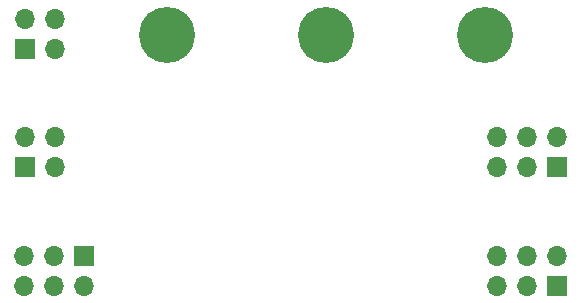
<source format=gbr>
%TF.GenerationSoftware,KiCad,Pcbnew,8.0.6*%
%TF.CreationDate,2024-11-24T15:25:33+01:00*%
%TF.ProjectId,EMG_amplifier,454d475f-616d-4706-9c69-666965722e6b,rev?*%
%TF.SameCoordinates,Original*%
%TF.FileFunction,Soldermask,Bot*%
%TF.FilePolarity,Negative*%
%FSLAX46Y46*%
G04 Gerber Fmt 4.6, Leading zero omitted, Abs format (unit mm)*
G04 Created by KiCad (PCBNEW 8.0.6) date 2024-11-24 15:25:33*
%MOMM*%
%LPD*%
G01*
G04 APERTURE LIST*
%ADD10R,1.700000X1.700000*%
%ADD11O,1.700000X1.700000*%
%ADD12C,4.750000*%
G04 APERTURE END LIST*
D10*
%TO.C,J4*%
X59528000Y-27294600D03*
D11*
X59528000Y-24754600D03*
X56988000Y-27294600D03*
X56988000Y-24754600D03*
X54448000Y-27294600D03*
X54448000Y-24754600D03*
%TD*%
D10*
%TO.C,J7*%
X19487400Y-34764800D03*
D11*
X19487400Y-37304800D03*
X16947400Y-34764800D03*
X16947400Y-37304800D03*
X14407400Y-34764800D03*
X14407400Y-37304800D03*
%TD*%
D12*
%TO.C,E3*%
X26531600Y-16067200D03*
%TD*%
%TO.C,E2*%
X40000400Y-16067200D03*
%TD*%
%TO.C,E1*%
X53469200Y-16067200D03*
%TD*%
D10*
%TO.C,J1*%
X14498800Y-17255000D03*
D11*
X17038800Y-17255000D03*
X14498800Y-14715000D03*
X17038800Y-14715000D03*
%TD*%
D10*
%TO.C,J3*%
X59528000Y-37309400D03*
D11*
X59528000Y-34769400D03*
X56988000Y-37309400D03*
X56988000Y-34769400D03*
X54448000Y-37309400D03*
X54448000Y-34769400D03*
%TD*%
D10*
%TO.C,J2*%
X14498800Y-27294600D03*
D11*
X17038800Y-27294600D03*
X14498800Y-24754600D03*
X17038800Y-24754600D03*
%TD*%
M02*

</source>
